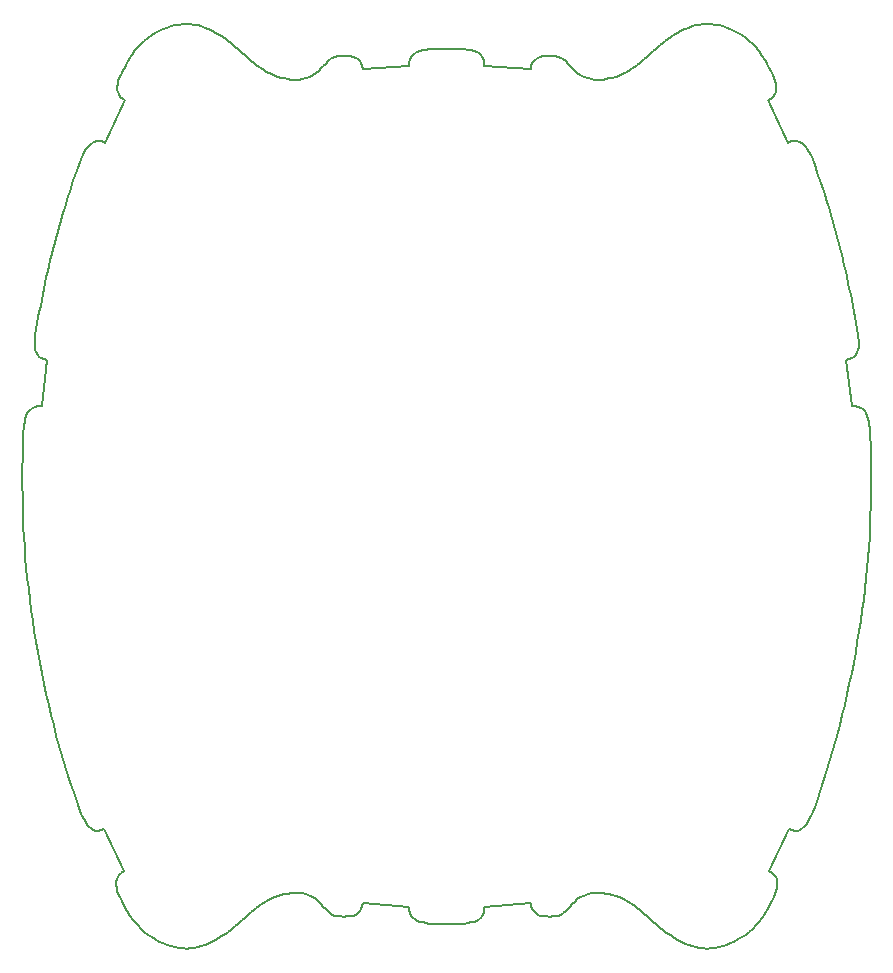
<source format=gbr>
%TF.GenerationSoftware,KiCad,Pcbnew,(6.0.2-0)*%
%TF.CreationDate,2022-03-08T15:03:46+01:00*%
%TF.ProjectId,ESP_aux_breakout,4553505f-6175-4785-9f62-7265616b6f75,rev?*%
%TF.SameCoordinates,Original*%
%TF.FileFunction,Profile,NP*%
%FSLAX46Y46*%
G04 Gerber Fmt 4.6, Leading zero omitted, Abs format (unit mm)*
G04 Created by KiCad (PCBNEW (6.0.2-0)) date 2022-03-08 15:03:46*
%MOMM*%
%LPD*%
G01*
G04 APERTURE LIST*
%ADD10C,0.200000*%
G04 APERTURE END LIST*
D10*
X134220515Y-115027752D02*
X134018291Y-115009369D01*
X133727051Y-114972322D01*
X133453567Y-114920950D01*
X133201481Y-114851921D01*
X132974438Y-114761905D01*
X132776081Y-114647574D01*
X132610054Y-114505595D01*
X132480000Y-114332641D01*
X132389565Y-114125379D01*
X132342391Y-113880482D01*
X132342123Y-113594618D01*
X132342123Y-113594618D02*
X128383636Y-113280488D01*
X108301140Y-45303459D02*
X108053301Y-45161001D01*
X107864335Y-44998237D01*
X107729540Y-44816671D01*
X107644215Y-44617807D01*
X107603659Y-44403149D01*
X107603170Y-44174201D01*
X107638046Y-43932468D01*
X107703586Y-43679452D01*
X107795089Y-43416659D01*
X107907852Y-43145592D01*
X107992518Y-42961028D01*
X106604183Y-48893534D02*
X108301140Y-45303459D01*
X104598253Y-50141922D02*
X104687127Y-49959346D01*
X104825007Y-49700151D01*
X104969990Y-49462637D01*
X105123897Y-49251391D01*
X105288550Y-49071001D01*
X105465772Y-48926054D01*
X105657385Y-48821137D01*
X105865210Y-48760840D01*
X106091070Y-48749748D01*
X106336787Y-48792450D01*
X106604183Y-48893534D01*
X99580226Y-78005169D02*
X99580226Y-77978362D01*
X106511666Y-107007494D02*
X106245972Y-107107934D01*
X106004908Y-107148880D01*
X105785971Y-107135176D01*
X105586657Y-107071666D01*
X105404464Y-106963195D01*
X105236889Y-106814607D01*
X105081428Y-106630747D01*
X104935579Y-106416460D01*
X104796839Y-106176590D01*
X104662703Y-105915982D01*
X104574603Y-105733115D01*
X108208622Y-110597569D02*
X106511666Y-107007494D01*
X121757786Y-43460314D02*
X122041211Y-43514120D01*
X122307192Y-43550712D01*
X122556561Y-43571086D01*
X122790150Y-43576238D01*
X123008791Y-43567164D01*
X123213316Y-43544860D01*
X123583348Y-43464545D01*
X123906902Y-43343263D01*
X124190636Y-43188980D01*
X124441208Y-43009665D01*
X124665274Y-42813286D01*
X124869492Y-42607811D01*
X125060518Y-42401207D01*
X125245011Y-42201444D01*
X125429628Y-42016488D01*
X125621025Y-41854308D01*
X125825861Y-41722872D01*
X126050791Y-41630149D01*
X126302475Y-41584105D01*
X114426925Y-117014002D02*
X114120147Y-117081860D01*
X113804800Y-117122561D01*
X113482393Y-117136675D01*
X113154434Y-117124772D01*
X112822433Y-117087421D01*
X112487898Y-117025192D01*
X112152339Y-116938656D01*
X111817264Y-116828382D01*
X111484183Y-116694941D01*
X111154604Y-116538901D01*
X110830037Y-116360833D01*
X110511991Y-116161308D01*
X110201974Y-115940894D01*
X109901496Y-115700162D01*
X109612066Y-115439682D01*
X109335193Y-115160024D01*
X128383636Y-113280488D02*
X128338284Y-113562731D01*
X128253075Y-113797123D01*
X128131083Y-113987527D01*
X127975379Y-114137805D01*
X127789037Y-114251821D01*
X127575130Y-114333437D01*
X127336731Y-114386517D01*
X127076914Y-114414923D01*
X126798750Y-114422519D01*
X126505313Y-114413167D01*
X126302721Y-114399426D01*
X100676349Y-65160080D02*
X100758036Y-64670438D01*
X100842443Y-64181033D01*
X100929562Y-63691973D01*
X101019385Y-63203364D01*
X101111904Y-62715315D01*
X101207109Y-62227933D01*
X101304993Y-61741324D01*
X101405547Y-61255598D01*
X101508763Y-60770860D01*
X101614633Y-60287218D01*
X101723147Y-59804780D01*
X101834299Y-59323654D01*
X101948080Y-58843946D01*
X102064481Y-58365764D01*
X102183493Y-57889216D01*
X102305109Y-57414409D01*
X102429321Y-56941450D01*
X102556119Y-56470447D01*
X102685496Y-56001507D01*
X102817443Y-55534738D01*
X102951952Y-55070247D01*
X103089015Y-54608141D01*
X103228623Y-54148528D01*
X103370768Y-53691516D01*
X103515441Y-53237211D01*
X103662634Y-52785722D01*
X103812340Y-52337155D01*
X103964548Y-51891619D01*
X104119253Y-51449220D01*
X104276443Y-51010065D01*
X104436113Y-50574264D01*
X104598253Y-50141922D01*
X114426925Y-38969529D02*
X114734482Y-39060347D01*
X115028423Y-39162183D01*
X115309605Y-39274255D01*
X115578881Y-39395779D01*
X115837108Y-39525974D01*
X116085140Y-39664057D01*
X116323833Y-39809246D01*
X116554043Y-39960759D01*
X116776624Y-40117813D01*
X116992432Y-40279627D01*
X117202322Y-40445417D01*
X117407150Y-40614403D01*
X117607770Y-40785800D01*
X117805039Y-40958828D01*
X117999812Y-41132704D01*
X118192943Y-41306646D01*
X118385288Y-41479871D01*
X118577703Y-41651597D01*
X118771043Y-41821042D01*
X118966162Y-41987424D01*
X119163918Y-42149960D01*
X119365164Y-42307868D01*
X119570756Y-42460366D01*
X119781549Y-42606671D01*
X119998399Y-42746002D01*
X120222161Y-42877575D01*
X120453691Y-43000610D01*
X120693843Y-43114323D01*
X120943473Y-43217932D01*
X121203437Y-43310655D01*
X121474589Y-43391709D01*
X121757786Y-43460314D01*
X104574603Y-105733115D02*
X104280946Y-104938647D01*
X103995316Y-104133098D01*
X103717797Y-103317109D01*
X103448475Y-102491326D01*
X103187433Y-101656391D01*
X102934758Y-100812947D01*
X102690534Y-99961639D01*
X102454846Y-99103109D01*
X102227780Y-98238002D01*
X102009420Y-97366961D01*
X101799851Y-96490629D01*
X101599158Y-95609650D01*
X101407426Y-94724667D01*
X101224741Y-93836324D01*
X101051187Y-92945264D01*
X100886850Y-92052132D01*
X100731813Y-91157569D01*
X100586163Y-90262221D01*
X100449985Y-89366730D01*
X100323362Y-88471740D01*
X100206381Y-87577894D01*
X100099126Y-86685837D01*
X100001683Y-85796210D01*
X99914135Y-84909659D01*
X99836569Y-84026826D01*
X99769070Y-83148355D01*
X99711722Y-82274890D01*
X99664610Y-81407074D01*
X99627819Y-80545550D01*
X99601435Y-79690962D01*
X99585542Y-78843954D01*
X99580226Y-78005169D01*
X136855437Y-115027752D02*
X134220515Y-115027752D01*
X166409415Y-50141922D02*
X166571554Y-50574264D01*
X166731224Y-51010065D01*
X166888414Y-51449220D01*
X167043119Y-51891619D01*
X167195327Y-52337155D01*
X167345033Y-52785722D01*
X167492226Y-53237211D01*
X167636899Y-53691516D01*
X167779044Y-54148528D01*
X167918652Y-54608141D01*
X168055714Y-55070247D01*
X168190223Y-55534738D01*
X168322171Y-56001507D01*
X168451547Y-56470447D01*
X168578346Y-56941450D01*
X168702557Y-57414409D01*
X168824173Y-57889216D01*
X168943186Y-58365764D01*
X169059587Y-58843946D01*
X169173367Y-59323654D01*
X169284519Y-59804780D01*
X169393034Y-60287218D01*
X169498903Y-60770860D01*
X169602119Y-61255598D01*
X169702673Y-61741324D01*
X169800557Y-62227933D01*
X169895762Y-62715315D01*
X169988281Y-63203364D01*
X170078104Y-63691973D01*
X170165223Y-64181033D01*
X170249630Y-64670438D01*
X170331318Y-65160080D01*
X170331318Y-65160080D02*
X170354137Y-65361843D01*
X170377181Y-65654456D01*
X170383127Y-65932476D01*
X170367842Y-66193024D01*
X170327194Y-66433224D01*
X170257049Y-66650199D01*
X170153274Y-66841073D01*
X170011737Y-67002968D01*
X169828304Y-67133007D01*
X169598842Y-67228314D01*
X169319219Y-67286012D01*
X126302475Y-41584105D02*
X126505110Y-41570363D01*
X126798602Y-41561011D01*
X127076810Y-41568607D01*
X127336662Y-41597013D01*
X127575087Y-41650093D01*
X127789012Y-41731709D01*
X127975366Y-41845724D01*
X128131077Y-41996002D01*
X128253074Y-42186406D01*
X128338284Y-42420799D01*
X128383636Y-42703043D01*
X99580226Y-77978362D02*
X99580142Y-77677309D01*
X99580022Y-77375041D01*
X99580065Y-77071600D01*
X99580468Y-76767031D01*
X99581430Y-76461378D01*
X99583147Y-76154683D01*
X99585819Y-75846992D01*
X99589644Y-75538348D01*
X99594818Y-75228795D01*
X99601541Y-74918377D01*
X99610009Y-74607137D01*
X99620422Y-74295120D01*
X99632977Y-73982370D01*
X99647872Y-73668930D01*
X99665305Y-73354844D01*
X99685475Y-73040157D01*
X164403485Y-48893534D02*
X164670880Y-48792450D01*
X164916597Y-48749748D01*
X165142457Y-48760840D01*
X165350282Y-48821137D01*
X165541894Y-48926054D01*
X165719116Y-49071001D01*
X165883770Y-49251391D01*
X166037677Y-49462637D01*
X166182660Y-49700151D01*
X166320540Y-49959346D01*
X166409415Y-50141922D01*
X162706528Y-45303459D02*
X164403485Y-48893534D01*
X163015150Y-42961028D02*
X163099815Y-43145592D01*
X163212578Y-43416659D01*
X163304081Y-43679452D01*
X163369621Y-43932468D01*
X163404497Y-44174201D01*
X163404008Y-44403149D01*
X163363452Y-44617807D01*
X163278127Y-44816671D01*
X163143332Y-44998237D01*
X162954366Y-45161001D01*
X162706528Y-45303459D01*
X171322193Y-73040157D02*
X171342362Y-73354844D01*
X171359795Y-73668930D01*
X171374690Y-73982370D01*
X171387245Y-74295120D01*
X171397658Y-74607137D01*
X171406126Y-74918377D01*
X171412849Y-75228795D01*
X171418023Y-75538348D01*
X171421848Y-75846992D01*
X171424520Y-76154683D01*
X171426237Y-76461378D01*
X171427199Y-76767031D01*
X171427602Y-77071600D01*
X171427645Y-77375041D01*
X171427525Y-77677309D01*
X171427442Y-77978362D01*
X169807615Y-71226794D02*
X170093212Y-71214455D01*
X170339952Y-71250783D01*
X170551000Y-71331990D01*
X170729522Y-71454289D01*
X170878684Y-71613894D01*
X171001653Y-71807016D01*
X171101593Y-72029868D01*
X171181672Y-72278665D01*
X171245055Y-72549618D01*
X171294909Y-72838940D01*
X171322193Y-73040157D01*
X169319219Y-67286012D02*
X169807615Y-71226794D01*
X109335193Y-40823506D02*
X109612066Y-40543847D01*
X109901496Y-40283367D01*
X110201974Y-40042635D01*
X110511991Y-39822222D01*
X110830037Y-39622696D01*
X111154604Y-39444629D01*
X111484183Y-39288589D01*
X111817264Y-39155148D01*
X112152339Y-39044874D01*
X112487898Y-38958338D01*
X112822433Y-38896109D01*
X113154434Y-38858758D01*
X113482393Y-38846855D01*
X113804800Y-38860969D01*
X114120147Y-38901670D01*
X114426925Y-38969529D01*
X107990630Y-42959918D02*
X108110325Y-42750714D01*
X108221919Y-42547247D01*
X108328673Y-42348168D01*
X108433845Y-42152131D01*
X108540695Y-41957789D01*
X108652481Y-41763794D01*
X108772464Y-41568801D01*
X108903901Y-41371461D01*
X109050054Y-41170427D01*
X109214180Y-40964353D01*
X109335193Y-40823506D01*
X107992518Y-42961028D02*
X107990630Y-42959918D01*
X144705193Y-41584105D02*
X144956876Y-41630149D01*
X145181806Y-41722872D01*
X145386642Y-41854308D01*
X145578039Y-42016488D01*
X145762656Y-42201444D01*
X145947149Y-42401207D01*
X146138175Y-42607811D01*
X146342393Y-42813286D01*
X146566459Y-43009665D01*
X146817031Y-43188980D01*
X147100765Y-43343263D01*
X147424319Y-43464545D01*
X147794351Y-43544860D01*
X147998876Y-43567164D01*
X148217517Y-43576238D01*
X148451106Y-43571086D01*
X148700475Y-43550712D01*
X148966456Y-43514120D01*
X149249882Y-43460314D01*
X142624032Y-42703043D02*
X142669383Y-42420799D01*
X142754593Y-42186406D01*
X142876590Y-41996002D01*
X143032301Y-41845724D01*
X143218655Y-41731709D01*
X143432580Y-41650093D01*
X143671005Y-41597013D01*
X143930857Y-41568607D01*
X144209065Y-41561011D01*
X144502557Y-41570363D01*
X144705193Y-41584105D01*
X138665545Y-42388912D02*
X142624032Y-42703043D01*
X136787153Y-40955778D02*
X136989376Y-40974160D01*
X137280616Y-41011207D01*
X137554100Y-41062579D01*
X137806186Y-41131608D01*
X138033229Y-41221624D01*
X138231586Y-41335956D01*
X138397613Y-41477934D01*
X138527667Y-41650889D01*
X138618102Y-41858150D01*
X138665276Y-42103048D01*
X138665545Y-42388912D01*
X134220515Y-40955778D02*
X136787153Y-40955778D01*
X132342123Y-42388912D02*
X132342391Y-42103048D01*
X132389565Y-41858150D01*
X132480000Y-41650889D01*
X132610054Y-41477934D01*
X132776081Y-41335956D01*
X132974438Y-41221624D01*
X133201481Y-41131608D01*
X133453567Y-41062579D01*
X133727051Y-41011207D01*
X134018291Y-40974160D01*
X134220515Y-40955778D01*
X128383636Y-42703043D02*
X132342123Y-42388912D01*
X163017038Y-42959918D02*
X163015150Y-42961028D01*
X161672475Y-40823506D02*
X161850394Y-41033688D01*
X162008166Y-41237932D01*
X162149052Y-41437585D01*
X162276309Y-41633993D01*
X162393197Y-41828504D01*
X162502976Y-42022464D01*
X162608904Y-42217222D01*
X162714241Y-42414123D01*
X162822247Y-42614515D01*
X162936180Y-42819745D01*
X163017038Y-42959918D01*
X126302721Y-114399426D02*
X126050994Y-114353381D01*
X125826025Y-114260657D01*
X125621157Y-114129221D01*
X125429732Y-113967041D01*
X125245091Y-113782086D01*
X125060578Y-113582322D01*
X124869535Y-113375719D01*
X124665305Y-113170244D01*
X124441229Y-112973865D01*
X124190649Y-112794550D01*
X123906910Y-112640267D01*
X123583352Y-112518984D01*
X123213318Y-112438670D01*
X123008792Y-112416366D01*
X122790151Y-112407291D01*
X122556562Y-112412443D01*
X122307193Y-112432817D01*
X122041211Y-112469409D01*
X121757786Y-112523216D01*
X156580743Y-38969529D02*
X156887520Y-38901670D01*
X157202867Y-38860969D01*
X157525274Y-38846855D01*
X157853233Y-38858758D01*
X158185234Y-38896109D01*
X158519769Y-38958338D01*
X158855328Y-39044874D01*
X159190403Y-39155148D01*
X159523484Y-39288589D01*
X159853063Y-39444629D01*
X160177630Y-39622696D01*
X160495676Y-39822222D01*
X160805693Y-40042635D01*
X161106171Y-40283367D01*
X161395601Y-40543847D01*
X161672475Y-40823506D01*
X149249882Y-43460314D02*
X149533078Y-43391709D01*
X149804230Y-43310655D01*
X150064193Y-43217932D01*
X150313824Y-43114323D01*
X150553976Y-43000610D01*
X150785506Y-42877575D01*
X151009268Y-42746002D01*
X151226118Y-42606671D01*
X151436911Y-42460366D01*
X151642503Y-42307868D01*
X151843749Y-42149960D01*
X152041504Y-41987424D01*
X152236624Y-41821042D01*
X152429964Y-41651597D01*
X152622379Y-41479871D01*
X152814724Y-41306646D01*
X153007855Y-41132704D01*
X153202627Y-40958828D01*
X153399896Y-40785800D01*
X153600517Y-40614403D01*
X153805345Y-40445417D01*
X154015235Y-40279627D01*
X154231043Y-40117813D01*
X154453624Y-39960759D01*
X154683833Y-39809246D01*
X154922527Y-39664057D01*
X155170559Y-39525974D01*
X155428786Y-39395779D01*
X155698062Y-39274255D01*
X155979243Y-39162183D01*
X156273185Y-39060347D01*
X156580743Y-38969529D01*
X164496002Y-107007494D02*
X162799046Y-110597569D01*
X166433065Y-105733115D02*
X166344963Y-105915982D01*
X166210828Y-106176590D01*
X166072087Y-106416460D01*
X165926238Y-106630747D01*
X165770778Y-106814607D01*
X165603202Y-106963195D01*
X165421009Y-107071666D01*
X165221696Y-107135176D01*
X165002759Y-107148880D01*
X164761695Y-107107934D01*
X164496002Y-107007494D01*
X171427442Y-78005169D02*
X171422125Y-78843954D01*
X171406232Y-79690962D01*
X171379848Y-80545550D01*
X171343057Y-81407074D01*
X171295945Y-82274890D01*
X171238597Y-83148355D01*
X171171098Y-84026826D01*
X171093532Y-84909659D01*
X171005984Y-85796210D01*
X170908541Y-86685837D01*
X170801286Y-87577894D01*
X170684305Y-88471740D01*
X170557682Y-89366730D01*
X170421504Y-90262221D01*
X170275854Y-91157569D01*
X170120817Y-92052132D01*
X169956480Y-92945264D01*
X169782926Y-93836324D01*
X169600241Y-94724667D01*
X169408509Y-95609650D01*
X169207816Y-96490629D01*
X168998247Y-97366961D01*
X168779887Y-98238002D01*
X168552821Y-99103109D01*
X168317133Y-99961639D01*
X168072909Y-100812947D01*
X167820234Y-101656391D01*
X167559192Y-102491326D01*
X167289870Y-103317109D01*
X167012351Y-104133098D01*
X166726721Y-104938647D01*
X166433065Y-105733115D01*
X171427442Y-77978362D02*
X171427442Y-78005169D01*
X101688449Y-67286012D02*
X101408825Y-67228314D01*
X101179363Y-67133007D01*
X100995930Y-67002968D01*
X100854392Y-66841073D01*
X100750618Y-66650199D01*
X100680472Y-66433224D01*
X100639824Y-66193024D01*
X100624539Y-65932476D01*
X100630485Y-65654456D01*
X100653529Y-65361843D01*
X100676349Y-65160080D01*
X101200052Y-71226794D02*
X101688449Y-67286012D01*
X109335193Y-115160024D02*
X109170563Y-114992639D01*
X109017378Y-114821034D01*
X108873831Y-114643751D01*
X108738113Y-114459333D01*
X108608418Y-114266324D01*
X108482938Y-114063267D01*
X108359866Y-113848705D01*
X108237395Y-113621180D01*
X108113718Y-113379237D01*
X107987027Y-113121418D01*
X107900000Y-112940000D01*
X136787153Y-115027752D02*
X134152231Y-115027752D01*
X138665545Y-113594618D02*
X138665276Y-113880482D01*
X138618102Y-114125379D01*
X138527667Y-114332641D01*
X138397613Y-114505595D01*
X138231586Y-114647574D01*
X138033229Y-114761905D01*
X137806186Y-114851921D01*
X137554100Y-114920950D01*
X137280616Y-114972322D01*
X136989376Y-115009369D01*
X136787153Y-115027752D01*
X142624032Y-113280488D02*
X138665545Y-113594618D01*
X144704947Y-114399426D02*
X144502354Y-114413167D01*
X144208917Y-114422519D01*
X143930753Y-114414923D01*
X143670935Y-114386517D01*
X143432536Y-114333437D01*
X143218630Y-114251821D01*
X143032288Y-114137805D01*
X142876584Y-113987527D01*
X142754592Y-113797123D01*
X142669383Y-113562731D01*
X142624032Y-113280488D01*
X149249882Y-112523216D02*
X148966456Y-112469409D01*
X148700474Y-112432817D01*
X148451105Y-112412443D01*
X148217516Y-112407291D01*
X147998875Y-112416366D01*
X147794349Y-112438670D01*
X147424315Y-112518984D01*
X147100757Y-112640267D01*
X146817018Y-112794550D01*
X146566438Y-112973865D01*
X146342362Y-113170244D01*
X146138132Y-113375719D01*
X145947089Y-113582322D01*
X145762576Y-113782086D01*
X145577935Y-113967041D01*
X145386510Y-114129221D01*
X145181642Y-114260657D01*
X144956673Y-114353381D01*
X144704947Y-114399426D01*
X99685475Y-73040157D02*
X99712758Y-72838940D01*
X99762612Y-72549618D01*
X99825995Y-72278665D01*
X99906074Y-72029868D01*
X100006014Y-71807016D01*
X100128983Y-71613894D01*
X100278145Y-71454289D01*
X100456666Y-71331990D01*
X100667714Y-71250783D01*
X100914454Y-71214455D01*
X101200052Y-71226794D01*
X156580743Y-117014002D02*
X156273185Y-116923183D01*
X155979243Y-116821347D01*
X155698062Y-116709275D01*
X155428786Y-116587751D01*
X155170559Y-116457556D01*
X154922527Y-116319473D01*
X154683833Y-116174284D01*
X154453624Y-116022771D01*
X154231043Y-115865717D01*
X154015235Y-115703903D01*
X153805345Y-115538113D01*
X153600517Y-115369127D01*
X153399896Y-115197730D01*
X153202627Y-115024701D01*
X153007855Y-114850826D01*
X152814724Y-114676884D01*
X152622379Y-114503659D01*
X152429964Y-114331933D01*
X152236624Y-114162488D01*
X152041504Y-113996106D01*
X151843749Y-113833570D01*
X151642503Y-113675662D01*
X151436911Y-113523164D01*
X151226118Y-113376859D01*
X151009268Y-113237528D01*
X150785506Y-113105954D01*
X150553976Y-112982920D01*
X150313824Y-112869207D01*
X150064193Y-112765598D01*
X149804230Y-112672875D01*
X149533078Y-112591820D01*
X149249882Y-112523216D01*
X161672475Y-115160024D02*
X161395601Y-115439682D01*
X161106171Y-115700162D01*
X160805693Y-115940894D01*
X160495676Y-116161308D01*
X160177630Y-116360833D01*
X159853063Y-116538901D01*
X159523484Y-116694941D01*
X159190403Y-116828382D01*
X158855328Y-116938656D01*
X158519769Y-117025192D01*
X158185234Y-117087421D01*
X157853233Y-117124772D01*
X157525274Y-117136675D01*
X157202867Y-117122561D01*
X156887520Y-117081860D01*
X156580743Y-117014002D01*
X163107668Y-112940000D02*
X163020640Y-113121418D01*
X162893949Y-113379237D01*
X162770272Y-113621180D01*
X162647801Y-113848705D01*
X162524729Y-114063267D01*
X162399249Y-114266324D01*
X162269554Y-114459333D01*
X162133836Y-114643751D01*
X161990289Y-114821034D01*
X161837104Y-114992639D01*
X161672475Y-115160024D01*
X162799046Y-110597569D02*
X163046884Y-110740026D01*
X163235850Y-110902790D01*
X163370645Y-111084356D01*
X163455970Y-111283220D01*
X163496526Y-111497878D01*
X163497015Y-111726826D01*
X163462139Y-111968559D01*
X163396599Y-112221575D01*
X163305096Y-112484368D01*
X163192333Y-112755435D01*
X163107668Y-112940000D01*
X121757786Y-112523216D02*
X121474589Y-112591820D01*
X121203437Y-112672875D01*
X120943473Y-112765598D01*
X120693843Y-112869207D01*
X120453691Y-112982920D01*
X120222161Y-113105954D01*
X119998399Y-113237528D01*
X119781549Y-113376859D01*
X119570756Y-113523164D01*
X119365164Y-113675662D01*
X119163918Y-113833570D01*
X118966162Y-113996106D01*
X118771043Y-114162488D01*
X118577703Y-114331933D01*
X118385288Y-114503659D01*
X118192943Y-114676884D01*
X117999812Y-114850826D01*
X117805039Y-115024701D01*
X117607770Y-115197730D01*
X117407150Y-115369127D01*
X117202322Y-115538113D01*
X116992432Y-115703903D01*
X116776624Y-115865717D01*
X116554043Y-116022771D01*
X116323833Y-116174284D01*
X116085140Y-116319473D01*
X115837108Y-116457556D01*
X115578881Y-116587751D01*
X115309605Y-116709275D01*
X115028423Y-116821347D01*
X114734482Y-116923183D01*
X114426925Y-117014002D01*
X107900000Y-112940000D02*
X107815334Y-112755435D01*
X107702571Y-112484368D01*
X107611068Y-112221575D01*
X107545528Y-111968559D01*
X107510652Y-111726826D01*
X107511141Y-111497878D01*
X107551697Y-111283220D01*
X107637022Y-111084356D01*
X107771817Y-110902790D01*
X107960783Y-110740026D01*
X108208622Y-110597569D01*
M02*

</source>
